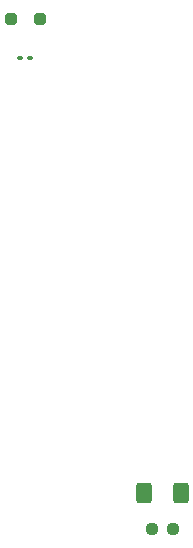
<source format=gbr>
%TF.GenerationSoftware,KiCad,Pcbnew,7.0.5*%
%TF.CreationDate,2023-07-25T09:56:50-05:00*%
%TF.ProjectId,AcoplePic32,41636f70-6c65-4506-9963-33322e6b6963,rev?*%
%TF.SameCoordinates,Original*%
%TF.FileFunction,Paste,Bot*%
%TF.FilePolarity,Positive*%
%FSLAX46Y46*%
G04 Gerber Fmt 4.6, Leading zero omitted, Abs format (unit mm)*
G04 Created by KiCad (PCBNEW 7.0.5) date 2023-07-25 09:56:50*
%MOMM*%
%LPD*%
G01*
G04 APERTURE LIST*
G04 Aperture macros list*
%AMRoundRect*
0 Rectangle with rounded corners*
0 $1 Rounding radius*
0 $2 $3 $4 $5 $6 $7 $8 $9 X,Y pos of 4 corners*
0 Add a 4 corners polygon primitive as box body*
4,1,4,$2,$3,$4,$5,$6,$7,$8,$9,$2,$3,0*
0 Add four circle primitives for the rounded corners*
1,1,$1+$1,$2,$3*
1,1,$1+$1,$4,$5*
1,1,$1+$1,$6,$7*
1,1,$1+$1,$8,$9*
0 Add four rect primitives between the rounded corners*
20,1,$1+$1,$2,$3,$4,$5,0*
20,1,$1+$1,$4,$5,$6,$7,0*
20,1,$1+$1,$6,$7,$8,$9,0*
20,1,$1+$1,$8,$9,$2,$3,0*%
G04 Aperture macros list end*
%ADD10RoundRect,0.090000X0.139000X0.090000X-0.139000X0.090000X-0.139000X-0.090000X0.139000X-0.090000X0*%
%ADD11RoundRect,0.250000X-0.400000X-0.625000X0.400000X-0.625000X0.400000X0.625000X-0.400000X0.625000X0*%
%ADD12RoundRect,0.237500X-0.250000X-0.237500X0.250000X-0.237500X0.250000X0.237500X-0.250000X0.237500X0*%
%ADD13RoundRect,0.250000X0.250000X0.250000X-0.250000X0.250000X-0.250000X-0.250000X0.250000X-0.250000X0*%
G04 APERTURE END LIST*
D10*
%TO.C,R3*%
X117272500Y-70993000D03*
X116407500Y-70993000D03*
%TD*%
D11*
%TO.C,R1*%
X126897800Y-107847800D03*
X129997800Y-107847800D03*
%TD*%
D12*
%TO.C,R2*%
X127560700Y-110898300D03*
X129385700Y-110898300D03*
%TD*%
D13*
%TO.C,D1*%
X118090000Y-67691000D03*
X115590000Y-67691000D03*
%TD*%
M02*

</source>
